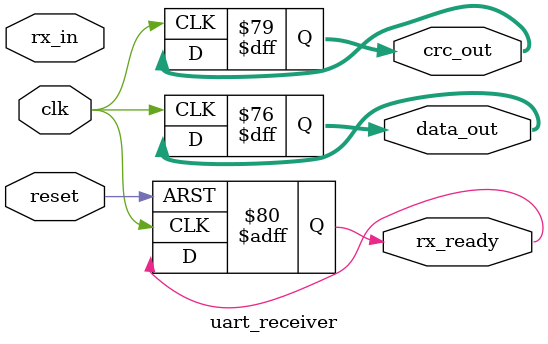
<source format=v>
module uart_receiver (
    input wire clk,        // Clock input
    input wire reset,      // Reset input
    input wire rx_in,      // Receive input
    output reg [7:0] data_out, // 8-bit data output
    output reg [15:0] crc_out, // 16-bit CRC output
    output reg rx_ready    // Receive ready flag
);

parameter BAUD_RATE = 9600; // Baud rate parameter
reg [4:0] bit_counter;      // Bit counter for tracking received bits
reg [10:0] baud_counter;    // Baud rate counter
reg [25:0] rx_shift_reg;    // Shift register for data reception

always @(posedge clk or posedge reset) begin
    if (reset) begin
        bit_counter <= 0;    // Reset bit counter
        baud_counter <= 0;   // Reset baud counter
        rx_ready <= 0;       // Reset receive ready flag
    end else if (!rx_ready && rx_in == 0) begin // Start bit detected
        if (baud_counter == (50000000 / BAUD_RATE / 2) - 1) begin
            baud_counter <= 0;                 // Reset baud counter
            bit_counter <= 1;                  // Start receiving bits
        end else begin
            baud_counter <= baud_counter + 1;  // Increment baud counter
        end
    end else if (bit_counter > 0) begin
        if (baud_counter == (50000000 / BAUD_RATE) - 1) begin
            baud_counter <= 0;                 // Reset baud counter
            rx_shift_reg <= {rx_in, rx_shift_reg[25:1]}; // Shift in received bit
            bit_counter <= bit_counter + 1;    // Increment bit counter
            if (bit_counter == 26) begin       // All bits received
                data_out <= rx_shift_reg[23:16]; // Extract received data
                crc_out <= rx_shift_reg[15:0]; // Extract received CRC
                rx_ready <= 1;                 // Set receive ready flag
                bit_counter <= 0;              // Reset bit counter
            end
        end else begin
            baud_counter <= baud_counter + 1;  // Increment baud counter
        end
    end
end

endmodule

</source>
